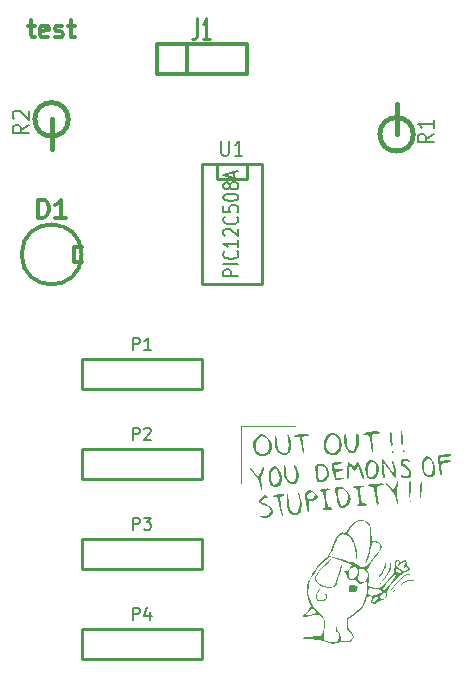
<source format=gto>
%FSLAX34Y34*%
G04 Gerber Fmt 3.4, Leading zero omitted, Abs format*
G04 (created by PCBNEW (2013-11-06 BZR 4440)-product) date Thu 14 Nov 2013 14:49:17 GMT*
%MOIN*%
G01*
G70*
G90*
G04 APERTURE LIST*
%ADD10C,0.005906*%
%ADD11C,0.011811*%
%ADD12C,0.003937*%
%ADD13C,0.012000*%
%ADD14C,0.010000*%
%ADD15C,0.015000*%
%ADD16C,0.010600*%
%ADD17C,0.008000*%
G04 APERTURE END LIST*
G54D10*
G54D11*
X48726Y-32373D02*
X48951Y-32373D01*
X48811Y-32176D02*
X48811Y-32682D01*
X48839Y-32739D01*
X48895Y-32767D01*
X48951Y-32767D01*
X49373Y-32739D02*
X49317Y-32767D01*
X49204Y-32767D01*
X49148Y-32739D01*
X49120Y-32682D01*
X49120Y-32457D01*
X49148Y-32401D01*
X49204Y-32373D01*
X49317Y-32373D01*
X49373Y-32401D01*
X49401Y-32457D01*
X49401Y-32514D01*
X49120Y-32570D01*
X49626Y-32739D02*
X49682Y-32767D01*
X49795Y-32767D01*
X49851Y-32739D01*
X49879Y-32682D01*
X49879Y-32654D01*
X49851Y-32598D01*
X49795Y-32570D01*
X49710Y-32570D01*
X49654Y-32542D01*
X49626Y-32485D01*
X49626Y-32457D01*
X49654Y-32401D01*
X49710Y-32373D01*
X49795Y-32373D01*
X49851Y-32401D01*
X50048Y-32373D02*
X50273Y-32373D01*
X50132Y-32176D02*
X50132Y-32682D01*
X50160Y-32739D01*
X50217Y-32767D01*
X50273Y-32767D01*
G54D12*
G36*
X63216Y-45749D02*
X59525Y-45758D01*
X55833Y-45766D01*
X55824Y-49541D01*
X55816Y-53316D01*
X55808Y-49525D01*
X55800Y-45733D01*
X59508Y-45741D01*
X63216Y-45749D01*
X63216Y-45749D01*
X63216Y-45749D01*
G37*
G36*
X61445Y-50463D02*
X61444Y-50500D01*
X61395Y-50541D01*
X61395Y-50464D01*
X61358Y-50424D01*
X61354Y-50422D01*
X61292Y-50427D01*
X61266Y-50444D01*
X61241Y-50462D01*
X61252Y-50431D01*
X61262Y-50410D01*
X61289Y-50333D01*
X61299Y-50257D01*
X61289Y-50207D01*
X61276Y-50200D01*
X61240Y-50220D01*
X61177Y-50273D01*
X61157Y-50291D01*
X61060Y-50383D01*
X61071Y-50300D01*
X61066Y-50232D01*
X61033Y-50216D01*
X60991Y-50246D01*
X60972Y-50308D01*
X60979Y-50384D01*
X61032Y-50426D01*
X61040Y-50429D01*
X61121Y-50475D01*
X61165Y-50514D01*
X61221Y-50551D01*
X61258Y-50551D01*
X61333Y-50534D01*
X61352Y-50533D01*
X61392Y-50510D01*
X61395Y-50464D01*
X61395Y-50541D01*
X61390Y-50544D01*
X61291Y-50599D01*
X61155Y-50685D01*
X61148Y-50691D01*
X61148Y-50602D01*
X61137Y-50566D01*
X61091Y-50518D01*
X61032Y-50478D01*
X60992Y-50466D01*
X60968Y-50490D01*
X60975Y-50543D01*
X61006Y-50593D01*
X61073Y-50630D01*
X61133Y-50619D01*
X61148Y-50602D01*
X61148Y-50691D01*
X61019Y-50798D01*
X60987Y-50831D01*
X60987Y-50643D01*
X60950Y-50642D01*
X60938Y-50652D01*
X60906Y-50690D01*
X60841Y-50765D01*
X60757Y-50863D01*
X60722Y-50903D01*
X60612Y-51038D01*
X60550Y-51130D01*
X60534Y-51183D01*
X60561Y-51200D01*
X60597Y-51177D01*
X60660Y-51118D01*
X60702Y-51072D01*
X60801Y-50955D01*
X60887Y-50841D01*
X60951Y-50743D01*
X60986Y-50672D01*
X60987Y-50643D01*
X60987Y-50831D01*
X60895Y-50926D01*
X60791Y-51057D01*
X60720Y-51179D01*
X60689Y-51280D01*
X60690Y-51311D01*
X60680Y-51414D01*
X60664Y-51435D01*
X60664Y-51315D01*
X60642Y-51272D01*
X60618Y-51266D01*
X60562Y-51287D01*
X60517Y-51320D01*
X60517Y-51239D01*
X60510Y-51213D01*
X60464Y-51179D01*
X60369Y-51166D01*
X60365Y-51166D01*
X60255Y-51157D01*
X60159Y-51136D01*
X60152Y-51134D01*
X60090Y-51117D01*
X60068Y-51138D01*
X60066Y-51164D01*
X60056Y-51247D01*
X60047Y-51278D01*
X60058Y-51323D01*
X60113Y-51355D01*
X60189Y-51371D01*
X60264Y-51364D01*
X60302Y-51345D01*
X60378Y-51306D01*
X60422Y-51300D01*
X60498Y-51285D01*
X60517Y-51239D01*
X60517Y-51320D01*
X60491Y-51339D01*
X60486Y-51344D01*
X60432Y-51405D01*
X60430Y-51447D01*
X60441Y-51461D01*
X60501Y-51496D01*
X60566Y-51476D01*
X60605Y-51444D01*
X60651Y-51380D01*
X60664Y-51315D01*
X60664Y-51435D01*
X60620Y-51494D01*
X60524Y-51532D01*
X60505Y-51533D01*
X60418Y-51555D01*
X60376Y-51583D01*
X60376Y-51450D01*
X60374Y-51406D01*
X60330Y-51403D01*
X60256Y-51452D01*
X60256Y-51452D01*
X60201Y-51515D01*
X60182Y-51562D01*
X60184Y-51568D01*
X60221Y-51597D01*
X60272Y-51575D01*
X60325Y-51524D01*
X60376Y-51450D01*
X60376Y-51583D01*
X60348Y-51600D01*
X60267Y-51646D01*
X60195Y-51633D01*
X60151Y-51575D01*
X60151Y-51511D01*
X60165Y-51487D01*
X60197Y-51437D01*
X60168Y-51405D01*
X60118Y-51392D01*
X60067Y-51390D01*
X60035Y-51414D01*
X60035Y-50631D01*
X59994Y-50548D01*
X59916Y-50503D01*
X59879Y-50500D01*
X59818Y-50487D01*
X59800Y-50464D01*
X59780Y-50443D01*
X59769Y-50448D01*
X59752Y-50491D01*
X59757Y-50533D01*
X59757Y-50611D01*
X59734Y-50697D01*
X59727Y-50726D01*
X59727Y-50562D01*
X59702Y-50508D01*
X59689Y-50487D01*
X59637Y-50421D01*
X59590Y-50406D01*
X59525Y-50440D01*
X59487Y-50469D01*
X59422Y-50542D01*
X59400Y-50638D01*
X59400Y-50663D01*
X59407Y-50766D01*
X59436Y-50817D01*
X59498Y-50829D01*
X59532Y-50826D01*
X59614Y-50787D01*
X59681Y-50695D01*
X59720Y-50615D01*
X59727Y-50562D01*
X59727Y-50726D01*
X59707Y-50811D01*
X59731Y-50891D01*
X59802Y-50930D01*
X59834Y-50933D01*
X59933Y-50905D01*
X59986Y-50849D01*
X60034Y-50736D01*
X60035Y-50631D01*
X60035Y-51414D01*
X60031Y-51418D01*
X60028Y-51423D01*
X60028Y-51019D01*
X60025Y-50935D01*
X60009Y-50900D01*
X60006Y-50900D01*
X59957Y-50923D01*
X59952Y-50929D01*
X59893Y-50970D01*
X59809Y-50973D01*
X59730Y-50941D01*
X59707Y-50920D01*
X59634Y-50866D01*
X59524Y-50849D01*
X59518Y-50849D01*
X59431Y-50844D01*
X59387Y-50817D01*
X59362Y-50750D01*
X59357Y-50729D01*
X59316Y-50631D01*
X59256Y-50570D01*
X59255Y-50569D01*
X59206Y-50542D01*
X59217Y-50538D01*
X59263Y-50547D01*
X59337Y-50540D01*
X59415Y-50484D01*
X59439Y-50460D01*
X59496Y-50395D01*
X59525Y-50354D01*
X59525Y-50348D01*
X59478Y-50323D01*
X59384Y-50285D01*
X59261Y-50241D01*
X59126Y-50197D01*
X59018Y-50165D01*
X58787Y-50100D01*
X58652Y-50180D01*
X58524Y-50281D01*
X58392Y-50429D01*
X58268Y-50606D01*
X58164Y-50793D01*
X58092Y-50973D01*
X58075Y-51039D01*
X58058Y-51272D01*
X58107Y-51500D01*
X58217Y-51717D01*
X58389Y-51919D01*
X58509Y-52022D01*
X58562Y-52072D01*
X58591Y-52131D01*
X58603Y-52221D01*
X58606Y-52288D01*
X58605Y-52429D01*
X58597Y-52572D01*
X58591Y-52636D01*
X58584Y-52735D01*
X58589Y-52809D01*
X58595Y-52826D01*
X58663Y-52881D01*
X58769Y-52916D01*
X58887Y-52927D01*
X58993Y-52912D01*
X59047Y-52880D01*
X59091Y-52800D01*
X59097Y-52707D01*
X59065Y-52627D01*
X59033Y-52600D01*
X58997Y-52571D01*
X58978Y-52524D01*
X58971Y-52441D01*
X58972Y-52340D01*
X58979Y-52116D01*
X58991Y-52316D01*
X59012Y-52472D01*
X59055Y-52570D01*
X59066Y-52583D01*
X59112Y-52663D01*
X59138Y-52763D01*
X59139Y-52766D01*
X59151Y-52841D01*
X59181Y-52876D01*
X59252Y-52890D01*
X59287Y-52893D01*
X59413Y-52882D01*
X59496Y-52834D01*
X59531Y-52762D01*
X59511Y-52678D01*
X59433Y-52594D01*
X59377Y-52547D01*
X59347Y-52497D01*
X59335Y-52422D01*
X59333Y-52313D01*
X59333Y-52106D01*
X59512Y-52005D01*
X59716Y-51856D01*
X59868Y-51673D01*
X59949Y-51502D01*
X59980Y-51391D01*
X60004Y-51262D01*
X60021Y-51133D01*
X60028Y-51019D01*
X60028Y-51423D01*
X59996Y-51489D01*
X59978Y-51538D01*
X59869Y-51752D01*
X59710Y-51925D01*
X59545Y-52038D01*
X59366Y-52139D01*
X59366Y-52306D01*
X59373Y-52417D01*
X59400Y-52491D01*
X59460Y-52560D01*
X59466Y-52566D01*
X59547Y-52671D01*
X59565Y-52768D01*
X59528Y-52849D01*
X59438Y-52906D01*
X59303Y-52931D01*
X59242Y-52930D01*
X59124Y-52933D01*
X59018Y-52951D01*
X58989Y-52960D01*
X58921Y-52987D01*
X58889Y-52998D01*
X58889Y-52998D01*
X58857Y-52986D01*
X58785Y-52959D01*
X58750Y-52946D01*
X58573Y-52889D01*
X58380Y-52850D01*
X58147Y-52824D01*
X58077Y-52819D01*
X57952Y-52810D01*
X57855Y-52803D01*
X57803Y-52797D01*
X57800Y-52797D01*
X57799Y-52785D01*
X57850Y-52772D01*
X57939Y-52758D01*
X58052Y-52747D01*
X58174Y-52739D01*
X58242Y-52737D01*
X58387Y-52731D01*
X58478Y-52710D01*
X58530Y-52664D01*
X58556Y-52581D01*
X58568Y-52465D01*
X58575Y-52299D01*
X58566Y-52185D01*
X58538Y-52108D01*
X58487Y-52056D01*
X58476Y-52048D01*
X58412Y-52014D01*
X58348Y-52007D01*
X58327Y-52011D01*
X58327Y-51922D01*
X58287Y-51869D01*
X58266Y-51850D01*
X58218Y-51812D01*
X58180Y-51816D01*
X58127Y-51865D01*
X58123Y-51869D01*
X58047Y-51939D01*
X57981Y-51989D01*
X57943Y-52017D01*
X57959Y-52028D01*
X58020Y-52031D01*
X58129Y-52021D01*
X58228Y-51996D01*
X58308Y-51960D01*
X58327Y-51922D01*
X58327Y-52011D01*
X58257Y-52025D01*
X58235Y-52031D01*
X58099Y-52064D01*
X57983Y-52082D01*
X57900Y-52084D01*
X57866Y-52070D01*
X57866Y-52068D01*
X57889Y-52032D01*
X57948Y-51972D01*
X57986Y-51939D01*
X58052Y-51872D01*
X58085Y-51818D01*
X58084Y-51801D01*
X58091Y-51772D01*
X58118Y-51766D01*
X58156Y-51750D01*
X58148Y-51708D01*
X58123Y-51646D01*
X58087Y-51545D01*
X58055Y-51454D01*
X58018Y-51334D01*
X58005Y-51241D01*
X58013Y-51141D01*
X58029Y-51060D01*
X58063Y-50930D01*
X58106Y-50807D01*
X58134Y-50747D01*
X58171Y-50676D01*
X58185Y-50636D01*
X58184Y-50633D01*
X58194Y-50612D01*
X58238Y-50559D01*
X58251Y-50545D01*
X58305Y-50479D01*
X58332Y-50432D01*
X58333Y-50428D01*
X58355Y-50388D01*
X58412Y-50322D01*
X58489Y-50244D01*
X58569Y-50169D01*
X58639Y-50112D01*
X58682Y-50088D01*
X58685Y-50088D01*
X58710Y-50069D01*
X58751Y-50001D01*
X58811Y-49880D01*
X58890Y-49704D01*
X58991Y-49468D01*
X58995Y-49459D01*
X59062Y-49346D01*
X59143Y-49279D01*
X59226Y-49266D01*
X59263Y-49281D01*
X59301Y-49270D01*
X59349Y-49216D01*
X59354Y-49209D01*
X59486Y-49030D01*
X59624Y-48911D01*
X59763Y-48852D01*
X59899Y-48856D01*
X59961Y-48880D01*
X60043Y-48935D01*
X60098Y-49007D01*
X60134Y-49113D01*
X60157Y-49266D01*
X60162Y-49313D01*
X60175Y-49437D01*
X60191Y-49508D01*
X60213Y-49538D01*
X60241Y-49540D01*
X60322Y-49550D01*
X60413Y-49592D01*
X60474Y-49646D01*
X60501Y-49742D01*
X60467Y-49861D01*
X60461Y-49869D01*
X60461Y-49743D01*
X60436Y-49672D01*
X60432Y-49664D01*
X60370Y-49612D01*
X60286Y-49600D01*
X60220Y-49603D01*
X60184Y-49625D01*
X60165Y-49683D01*
X60152Y-49769D01*
X60121Y-49931D01*
X60073Y-50084D01*
X60017Y-50206D01*
X59973Y-50266D01*
X59949Y-50290D01*
X59937Y-50294D01*
X59942Y-50270D01*
X59965Y-50207D01*
X60010Y-50097D01*
X60043Y-50016D01*
X60075Y-49924D01*
X60095Y-49822D01*
X60107Y-49694D01*
X60113Y-49521D01*
X60113Y-49455D01*
X60116Y-49060D01*
X60007Y-48963D01*
X59911Y-48891D01*
X59826Y-48872D01*
X59730Y-48902D01*
X59667Y-48937D01*
X59561Y-49012D01*
X59483Y-49096D01*
X59414Y-49210D01*
X59382Y-49278D01*
X59392Y-49321D01*
X59444Y-49367D01*
X59542Y-49482D01*
X59620Y-49648D01*
X59673Y-49852D01*
X59690Y-49997D01*
X59696Y-50113D01*
X59695Y-50195D01*
X59687Y-50228D01*
X59684Y-50227D01*
X59669Y-50184D01*
X59655Y-50095D01*
X59646Y-50000D01*
X59619Y-49817D01*
X59565Y-49643D01*
X59492Y-49497D01*
X59407Y-49398D01*
X59407Y-49398D01*
X59318Y-49353D01*
X59215Y-49334D01*
X59123Y-49344D01*
X59076Y-49375D01*
X59047Y-49428D01*
X59007Y-49520D01*
X58983Y-49583D01*
X58929Y-49716D01*
X58865Y-49854D01*
X58843Y-49898D01*
X58764Y-50047D01*
X59023Y-50117D01*
X59157Y-50156D01*
X59274Y-50195D01*
X59353Y-50226D01*
X59361Y-50230D01*
X59444Y-50256D01*
X59503Y-50256D01*
X59563Y-50255D01*
X59585Y-50270D01*
X59634Y-50312D01*
X59721Y-50361D01*
X59819Y-50405D01*
X59902Y-50429D01*
X59920Y-50431D01*
X59993Y-50401D01*
X60073Y-50308D01*
X60077Y-50302D01*
X60148Y-50205D01*
X60240Y-50088D01*
X60315Y-50001D01*
X60406Y-49891D01*
X60453Y-49810D01*
X60461Y-49743D01*
X60461Y-49869D01*
X60371Y-50003D01*
X60352Y-50027D01*
X60226Y-50178D01*
X60143Y-50289D01*
X60099Y-50366D01*
X60088Y-50416D01*
X60090Y-50425D01*
X60078Y-50461D01*
X60054Y-50466D01*
X60022Y-50475D01*
X60028Y-50512D01*
X60048Y-50551D01*
X60076Y-50663D01*
X60076Y-50834D01*
X60075Y-50847D01*
X60058Y-51058D01*
X60170Y-51094D01*
X60292Y-51124D01*
X60390Y-51125D01*
X60479Y-51090D01*
X60574Y-51012D01*
X60688Y-50887D01*
X60716Y-50854D01*
X60815Y-50732D01*
X60879Y-50644D01*
X60914Y-50576D01*
X60929Y-50511D01*
X60933Y-50434D01*
X60933Y-50432D01*
X60937Y-50326D01*
X60947Y-50241D01*
X60953Y-50219D01*
X60998Y-50175D01*
X61064Y-50171D01*
X61116Y-50206D01*
X61121Y-50218D01*
X61142Y-50251D01*
X61177Y-50236D01*
X61202Y-50214D01*
X61268Y-50178D01*
X61314Y-50204D01*
X61333Y-50286D01*
X61333Y-50293D01*
X61360Y-50385D01*
X61401Y-50426D01*
X61445Y-50463D01*
X61445Y-50463D01*
X61445Y-50463D01*
G37*
G36*
X60964Y-51166D02*
X60956Y-51184D01*
X60937Y-51208D01*
X60888Y-51260D01*
X60867Y-51259D01*
X60866Y-51254D01*
X60889Y-51226D01*
X60925Y-51195D01*
X60964Y-51166D01*
X60964Y-51166D01*
X60964Y-51166D01*
G37*
G36*
X60926Y-51066D02*
X60920Y-51087D01*
X60883Y-51133D01*
X60833Y-51182D01*
X60806Y-51200D01*
X60813Y-51179D01*
X60850Y-51133D01*
X60900Y-51084D01*
X60926Y-51066D01*
X60926Y-51066D01*
X60926Y-51066D01*
G37*
G36*
X61576Y-50878D02*
X61534Y-50892D01*
X61455Y-50892D01*
X61437Y-50890D01*
X61366Y-50887D01*
X61305Y-50905D01*
X61235Y-50953D01*
X61150Y-51028D01*
X60983Y-51182D01*
X61140Y-51017D01*
X61230Y-50927D01*
X61298Y-50878D01*
X61365Y-50856D01*
X61445Y-50851D01*
X61530Y-50856D01*
X61574Y-50869D01*
X61576Y-50878D01*
X61576Y-50878D01*
X61576Y-50878D01*
G37*
G36*
X61448Y-50650D02*
X61416Y-50671D01*
X61350Y-50701D01*
X61225Y-50769D01*
X61102Y-50864D01*
X61055Y-50910D01*
X60927Y-51050D01*
X61054Y-50888D01*
X61153Y-50774D01*
X61250Y-50704D01*
X61369Y-50661D01*
X61426Y-50649D01*
X61448Y-50650D01*
X61448Y-50650D01*
X61448Y-50650D01*
G37*
G36*
X60808Y-50439D02*
X60804Y-50498D01*
X60779Y-50559D01*
X60728Y-50639D01*
X60642Y-50755D01*
X60640Y-50757D01*
X60559Y-50864D01*
X60492Y-50946D01*
X60450Y-50993D01*
X60442Y-51000D01*
X60450Y-50976D01*
X60489Y-50916D01*
X60519Y-50875D01*
X60598Y-50768D01*
X60679Y-50661D01*
X60695Y-50638D01*
X60755Y-50530D01*
X60775Y-50406D01*
X60775Y-50372D01*
X60773Y-50216D01*
X60798Y-50366D01*
X60808Y-50439D01*
X60808Y-50439D01*
X60808Y-50439D01*
G37*
G36*
X60642Y-50368D02*
X60631Y-50429D01*
X60592Y-50510D01*
X60531Y-50610D01*
X60468Y-50704D01*
X60422Y-50766D01*
X60400Y-50785D01*
X60400Y-50782D01*
X60417Y-50739D01*
X60462Y-50659D01*
X60513Y-50580D01*
X60585Y-50456D01*
X60614Y-50360D01*
X60613Y-50314D01*
X60600Y-50216D01*
X60631Y-50310D01*
X60642Y-50368D01*
X60642Y-50368D01*
X60642Y-50368D01*
G37*
G36*
X56882Y-48607D02*
X56829Y-48699D01*
X56741Y-48765D01*
X56639Y-48800D01*
X56540Y-48797D01*
X56469Y-48752D01*
X56453Y-48724D01*
X56482Y-48715D01*
X56559Y-48723D01*
X56652Y-48727D01*
X56712Y-48702D01*
X56759Y-48651D01*
X56806Y-48552D01*
X56791Y-48465D01*
X56717Y-48402D01*
X56679Y-48388D01*
X56541Y-48338D01*
X56446Y-48286D01*
X56408Y-48242D01*
X56421Y-48193D01*
X56470Y-48128D01*
X56535Y-48068D01*
X56595Y-48035D01*
X56608Y-48033D01*
X56669Y-48051D01*
X56717Y-48080D01*
X56758Y-48112D01*
X56743Y-48118D01*
X56694Y-48110D01*
X56598Y-48119D01*
X56535Y-48164D01*
X56486Y-48234D01*
X56499Y-48280D01*
X56573Y-48299D01*
X56588Y-48300D01*
X56674Y-48324D01*
X56762Y-48386D01*
X56836Y-48468D01*
X56880Y-48552D01*
X56882Y-48607D01*
X56882Y-48607D01*
X56882Y-48607D01*
G37*
G36*
X57284Y-48008D02*
X57260Y-48031D01*
X57201Y-48049D01*
X57129Y-48072D01*
X57108Y-48110D01*
X57115Y-48161D01*
X57131Y-48245D01*
X57152Y-48362D01*
X57164Y-48433D01*
X57185Y-48546D01*
X57206Y-48639D01*
X57217Y-48675D01*
X57221Y-48723D01*
X57204Y-48733D01*
X57174Y-48704D01*
X57144Y-48632D01*
X57137Y-48608D01*
X57111Y-48491D01*
X57087Y-48360D01*
X57083Y-48333D01*
X57063Y-48204D01*
X57043Y-48129D01*
X57015Y-48094D01*
X56970Y-48086D01*
X56924Y-48091D01*
X56855Y-48096D01*
X56843Y-48085D01*
X56875Y-48056D01*
X56943Y-48023D01*
X57045Y-47995D01*
X57089Y-47987D01*
X57190Y-47981D01*
X57257Y-47989D01*
X57284Y-48008D01*
X57284Y-48008D01*
X57284Y-48008D01*
G37*
G36*
X57833Y-48365D02*
X57825Y-48494D01*
X57799Y-48579D01*
X57765Y-48627D01*
X57671Y-48687D01*
X57568Y-48692D01*
X57481Y-48642D01*
X57428Y-48571D01*
X57379Y-48479D01*
X57378Y-48477D01*
X57355Y-48394D01*
X57340Y-48286D01*
X57334Y-48170D01*
X57336Y-48066D01*
X57347Y-47992D01*
X57366Y-47966D01*
X57384Y-47997D01*
X57396Y-48077D01*
X57400Y-48175D01*
X57413Y-48339D01*
X57449Y-48473D01*
X57502Y-48570D01*
X57567Y-48623D01*
X57636Y-48626D01*
X57705Y-48570D01*
X57717Y-48552D01*
X57753Y-48457D01*
X57770Y-48327D01*
X57766Y-48193D01*
X57742Y-48085D01*
X57735Y-48070D01*
X57703Y-47999D01*
X57710Y-47970D01*
X57730Y-47966D01*
X57765Y-47997D01*
X57797Y-48078D01*
X57821Y-48195D01*
X57832Y-48330D01*
X57833Y-48365D01*
X57833Y-48365D01*
X57833Y-48365D01*
G37*
G36*
X58366Y-48071D02*
X58338Y-48128D01*
X58275Y-48182D01*
X58275Y-48016D01*
X58251Y-47961D01*
X58188Y-47936D01*
X58099Y-47951D01*
X58068Y-47965D01*
X58024Y-48018D01*
X58024Y-48082D01*
X58062Y-48148D01*
X58129Y-48167D01*
X58203Y-48138D01*
X58247Y-48093D01*
X58275Y-48016D01*
X58275Y-48182D01*
X58271Y-48186D01*
X58190Y-48225D01*
X58146Y-48233D01*
X58096Y-48236D01*
X58073Y-48256D01*
X58070Y-48309D01*
X58081Y-48412D01*
X58081Y-48416D01*
X58090Y-48537D01*
X58079Y-48594D01*
X58069Y-48600D01*
X58034Y-48581D01*
X58033Y-48575D01*
X58028Y-48532D01*
X58014Y-48441D01*
X57994Y-48316D01*
X57983Y-48250D01*
X57961Y-48106D01*
X57951Y-48014D01*
X57954Y-47959D01*
X57969Y-47927D01*
X57990Y-47908D01*
X58094Y-47867D01*
X58204Y-47883D01*
X58296Y-47953D01*
X58297Y-47954D01*
X58344Y-48022D01*
X58366Y-48069D01*
X58366Y-48071D01*
X58366Y-48071D01*
X58366Y-48071D01*
G37*
G36*
X58844Y-48479D02*
X58798Y-48510D01*
X58791Y-48512D01*
X58692Y-48529D01*
X58602Y-48530D01*
X58544Y-48516D01*
X58533Y-48500D01*
X58560Y-48470D01*
X58586Y-48466D01*
X58619Y-48453D01*
X58627Y-48402D01*
X58620Y-48341D01*
X58603Y-48227D01*
X58585Y-48095D01*
X58580Y-48056D01*
X58561Y-47958D01*
X58536Y-47913D01*
X58501Y-47906D01*
X58447Y-47901D01*
X58441Y-47871D01*
X58481Y-47837D01*
X58506Y-47828D01*
X58608Y-47808D01*
X58698Y-47804D01*
X58756Y-47818D01*
X58766Y-47833D01*
X58738Y-47860D01*
X58700Y-47866D01*
X58656Y-47882D01*
X58635Y-47935D01*
X58636Y-48033D01*
X58659Y-48185D01*
X58671Y-48244D01*
X58698Y-48357D01*
X58728Y-48415D01*
X58767Y-48433D01*
X58769Y-48433D01*
X58833Y-48448D01*
X58844Y-48479D01*
X58844Y-48479D01*
X58844Y-48479D01*
G37*
G36*
X59466Y-48162D02*
X59454Y-48265D01*
X59405Y-48342D01*
X59397Y-48349D01*
X59397Y-48168D01*
X59391Y-48048D01*
X59346Y-47934D01*
X59269Y-47850D01*
X59242Y-47835D01*
X59156Y-47814D01*
X59080Y-47824D01*
X59037Y-47859D01*
X59034Y-47877D01*
X59043Y-47943D01*
X59063Y-48044D01*
X59089Y-48160D01*
X59115Y-48267D01*
X59138Y-48342D01*
X59146Y-48361D01*
X59190Y-48378D01*
X59258Y-48354D01*
X59330Y-48299D01*
X59357Y-48269D01*
X59397Y-48168D01*
X59397Y-48349D01*
X59364Y-48380D01*
X59252Y-48451D01*
X59158Y-48461D01*
X59112Y-48441D01*
X59079Y-48403D01*
X59050Y-48330D01*
X59021Y-48210D01*
X58999Y-48094D01*
X58978Y-47979D01*
X58957Y-47881D01*
X58948Y-47844D01*
X58944Y-47791D01*
X58985Y-47762D01*
X59026Y-47751D01*
X59170Y-47750D01*
X59296Y-47805D01*
X59393Y-47907D01*
X59453Y-48047D01*
X59466Y-48162D01*
X59466Y-48162D01*
X59466Y-48162D01*
G37*
G36*
X60033Y-48358D02*
X60010Y-48368D01*
X59962Y-48373D01*
X59876Y-48383D01*
X59845Y-48387D01*
X59747Y-48391D01*
X59689Y-48374D01*
X59684Y-48369D01*
X59691Y-48338D01*
X59717Y-48333D01*
X59754Y-48317D01*
X59757Y-48258D01*
X59754Y-48241D01*
X59739Y-48153D01*
X59723Y-48035D01*
X59715Y-47976D01*
X59698Y-47872D01*
X59673Y-47817D01*
X59632Y-47795D01*
X59622Y-47793D01*
X59564Y-47772D01*
X59550Y-47750D01*
X59579Y-47727D01*
X59651Y-47712D01*
X59744Y-47705D01*
X59834Y-47709D01*
X59899Y-47723D01*
X59911Y-47731D01*
X59917Y-47757D01*
X59863Y-47766D01*
X59854Y-47766D01*
X59799Y-47770D01*
X59775Y-47792D01*
X59774Y-47850D01*
X59782Y-47925D01*
X59803Y-48086D01*
X59820Y-48193D01*
X59837Y-48257D01*
X59858Y-48288D01*
X59886Y-48298D01*
X59916Y-48300D01*
X59972Y-48310D01*
X60017Y-48334D01*
X60033Y-48358D01*
X60033Y-48358D01*
X60033Y-48358D01*
G37*
G36*
X60566Y-47662D02*
X60538Y-47691D01*
X60491Y-47700D01*
X60406Y-47708D01*
X60356Y-47740D01*
X60338Y-47806D01*
X60346Y-47918D01*
X60359Y-47998D01*
X60379Y-48125D01*
X60394Y-48233D01*
X60399Y-48299D01*
X60400Y-48300D01*
X60388Y-48358D01*
X60362Y-48361D01*
X60334Y-48316D01*
X60320Y-48258D01*
X60306Y-48164D01*
X60289Y-48037D01*
X60277Y-47950D01*
X60260Y-47839D01*
X60241Y-47779D01*
X60210Y-47754D01*
X60158Y-47748D01*
X60152Y-47748D01*
X60078Y-47735D01*
X60041Y-47707D01*
X60058Y-47676D01*
X60122Y-47666D01*
X60211Y-47662D01*
X60330Y-47651D01*
X60391Y-47645D01*
X60505Y-47637D01*
X60559Y-47648D01*
X60566Y-47662D01*
X60566Y-47662D01*
X60566Y-47662D01*
G37*
G36*
X61062Y-47584D02*
X61061Y-47642D01*
X61033Y-47751D01*
X61028Y-47769D01*
X61008Y-47874D01*
X61013Y-47993D01*
X61030Y-48101D01*
X61052Y-48229D01*
X61056Y-48308D01*
X61043Y-48331D01*
X61021Y-48307D01*
X61003Y-48259D01*
X60979Y-48170D01*
X60966Y-48115D01*
X60915Y-47975D01*
X60822Y-47840D01*
X60781Y-47794D01*
X60705Y-47710D01*
X60652Y-47644D01*
X60633Y-47612D01*
X60653Y-47613D01*
X60702Y-47649D01*
X60762Y-47703D01*
X60818Y-47764D01*
X60826Y-47775D01*
X60877Y-47825D01*
X60918Y-47816D01*
X60955Y-47747D01*
X60970Y-47700D01*
X61001Y-47617D01*
X61030Y-47570D01*
X61038Y-47566D01*
X61062Y-47584D01*
X61062Y-47584D01*
X61062Y-47584D01*
G37*
G36*
X61826Y-48284D02*
X61822Y-48288D01*
X61802Y-48284D01*
X61800Y-48266D01*
X61812Y-48239D01*
X61822Y-48244D01*
X61826Y-48284D01*
X61826Y-48284D01*
X61826Y-48284D01*
G37*
G36*
X61500Y-48251D02*
X61474Y-48266D01*
X61466Y-48266D01*
X61434Y-48241D01*
X61433Y-48231D01*
X61453Y-48211D01*
X61466Y-48216D01*
X61498Y-48246D01*
X61500Y-48251D01*
X61500Y-48251D01*
X61500Y-48251D01*
G37*
G36*
X61856Y-47612D02*
X61856Y-47701D01*
X61849Y-47822D01*
X61846Y-47862D01*
X61828Y-48015D01*
X61808Y-48105D01*
X61789Y-48131D01*
X61774Y-48092D01*
X61769Y-47989D01*
X61773Y-47866D01*
X61786Y-47705D01*
X61803Y-47606D01*
X61825Y-47565D01*
X61851Y-47573D01*
X61856Y-47612D01*
X61856Y-47612D01*
X61856Y-47612D01*
G37*
G36*
X61482Y-47689D02*
X61477Y-47802D01*
X61467Y-47917D01*
X61454Y-48018D01*
X61439Y-48084D01*
X61428Y-48100D01*
X61414Y-48069D01*
X61405Y-47990D01*
X61403Y-47891D01*
X61409Y-47750D01*
X61423Y-47637D01*
X61441Y-47563D01*
X61462Y-47540D01*
X61472Y-47550D01*
X61481Y-47599D01*
X61482Y-47689D01*
X61482Y-47689D01*
X61482Y-47689D01*
G37*
G36*
X56594Y-47120D02*
X56570Y-47202D01*
X56531Y-47304D01*
X56492Y-47417D01*
X56480Y-47504D01*
X56492Y-47599D01*
X56501Y-47638D01*
X56521Y-47744D01*
X56526Y-47823D01*
X56517Y-47863D01*
X56494Y-47851D01*
X56490Y-47845D01*
X56471Y-47794D01*
X56446Y-47703D01*
X56433Y-47650D01*
X56377Y-47500D01*
X56270Y-47349D01*
X56248Y-47324D01*
X56173Y-47235D01*
X56119Y-47161D01*
X56100Y-47121D01*
X56120Y-47124D01*
X56172Y-47169D01*
X56244Y-47246D01*
X56246Y-47249D01*
X56391Y-47415D01*
X56466Y-47240D01*
X56511Y-47146D01*
X56551Y-47083D01*
X56570Y-47066D01*
X56594Y-47078D01*
X56594Y-47120D01*
X56594Y-47120D01*
X56594Y-47120D01*
G37*
G36*
X57183Y-47530D02*
X57146Y-47642D01*
X57098Y-47701D01*
X57098Y-47452D01*
X57092Y-47343D01*
X57064Y-47244D01*
X57019Y-47170D01*
X56960Y-47137D01*
X56923Y-47142D01*
X56867Y-47196D01*
X56829Y-47294D01*
X56814Y-47417D01*
X56827Y-47543D01*
X56831Y-47559D01*
X56871Y-47660D01*
X56923Y-47696D01*
X56991Y-47669D01*
X57033Y-47633D01*
X57080Y-47554D01*
X57098Y-47452D01*
X57098Y-47701D01*
X57080Y-47723D01*
X56995Y-47763D01*
X56901Y-47750D01*
X56857Y-47725D01*
X56788Y-47640D01*
X56749Y-47526D01*
X56738Y-47399D01*
X56753Y-47273D01*
X56793Y-47165D01*
X56856Y-47091D01*
X56932Y-47066D01*
X57004Y-47095D01*
X57079Y-47171D01*
X57142Y-47275D01*
X57181Y-47389D01*
X57182Y-47395D01*
X57183Y-47530D01*
X57183Y-47530D01*
X57183Y-47530D01*
G37*
G36*
X57741Y-47389D02*
X57724Y-47525D01*
X57667Y-47618D01*
X57580Y-47661D01*
X57474Y-47650D01*
X57403Y-47612D01*
X57336Y-47543D01*
X57281Y-47450D01*
X57279Y-47446D01*
X57253Y-47356D01*
X57238Y-47251D01*
X57234Y-47148D01*
X57242Y-47069D01*
X57263Y-47033D01*
X57266Y-47033D01*
X57289Y-47062D01*
X57300Y-47133D01*
X57300Y-47141D01*
X57315Y-47311D01*
X57354Y-47448D01*
X57412Y-47544D01*
X57482Y-47593D01*
X57560Y-47586D01*
X57614Y-47547D01*
X57655Y-47464D01*
X57663Y-47344D01*
X57638Y-47206D01*
X57616Y-47144D01*
X57581Y-47057D01*
X57569Y-47014D01*
X57579Y-47001D01*
X57594Y-47000D01*
X57630Y-47029D01*
X57670Y-47105D01*
X57707Y-47207D01*
X57733Y-47316D01*
X57741Y-47389D01*
X57741Y-47389D01*
X57741Y-47389D01*
G37*
G36*
X58762Y-47274D02*
X58750Y-47401D01*
X58696Y-47482D01*
X58696Y-47266D01*
X58662Y-47153D01*
X58607Y-47089D01*
X58525Y-47048D01*
X58442Y-47039D01*
X58392Y-47060D01*
X58375Y-47111D01*
X58371Y-47200D01*
X58379Y-47307D01*
X58396Y-47412D01*
X58419Y-47493D01*
X58445Y-47532D01*
X58450Y-47533D01*
X58502Y-47513D01*
X58577Y-47463D01*
X58597Y-47447D01*
X58676Y-47358D01*
X58696Y-47266D01*
X58696Y-47482D01*
X58688Y-47495D01*
X58608Y-47548D01*
X58513Y-47583D01*
X58425Y-47595D01*
X58364Y-47579D01*
X58351Y-47562D01*
X58339Y-47508D01*
X58323Y-47408D01*
X58307Y-47283D01*
X58306Y-47273D01*
X58293Y-47146D01*
X58291Y-47069D01*
X58304Y-47026D01*
X58332Y-47000D01*
X58344Y-46994D01*
X58440Y-46975D01*
X58552Y-47000D01*
X58654Y-47059D01*
X58716Y-47132D01*
X58762Y-47274D01*
X58762Y-47274D01*
X58762Y-47274D01*
G37*
G36*
X59252Y-47475D02*
X59212Y-47499D01*
X59199Y-47503D01*
X59080Y-47526D01*
X58991Y-47524D01*
X58952Y-47503D01*
X58937Y-47460D01*
X58915Y-47371D01*
X58889Y-47258D01*
X58863Y-47141D01*
X58843Y-47040D01*
X58833Y-46975D01*
X58833Y-46968D01*
X58862Y-46944D01*
X58934Y-46925D01*
X59025Y-46914D01*
X59111Y-46912D01*
X59168Y-46923D01*
X59175Y-46928D01*
X59172Y-46956D01*
X59105Y-46980D01*
X59079Y-46985D01*
X58977Y-47005D01*
X58928Y-47026D01*
X58915Y-47058D01*
X58924Y-47102D01*
X58945Y-47146D01*
X58991Y-47158D01*
X59067Y-47149D01*
X59160Y-47143D01*
X59212Y-47160D01*
X59214Y-47163D01*
X59200Y-47191D01*
X59129Y-47215D01*
X59099Y-47220D01*
X59013Y-47238D01*
X58976Y-47265D01*
X58971Y-47320D01*
X58973Y-47346D01*
X58986Y-47417D01*
X59023Y-47441D01*
X59090Y-47439D01*
X59180Y-47438D01*
X59237Y-47452D01*
X59252Y-47475D01*
X59252Y-47475D01*
X59252Y-47475D01*
G37*
G36*
X59930Y-47494D02*
X59905Y-47485D01*
X59894Y-47476D01*
X59860Y-47424D01*
X59819Y-47330D01*
X59785Y-47230D01*
X59723Y-47024D01*
X59675Y-47115D01*
X59627Y-47206D01*
X59530Y-47113D01*
X59433Y-47020D01*
X59430Y-47185D01*
X59422Y-47315D01*
X59406Y-47416D01*
X59385Y-47477D01*
X59362Y-47485D01*
X59357Y-47478D01*
X59350Y-47433D01*
X59348Y-47344D01*
X59352Y-47231D01*
X59360Y-47111D01*
X59370Y-47004D01*
X59382Y-46927D01*
X59394Y-46900D01*
X59428Y-46920D01*
X59488Y-46972D01*
X59505Y-46988D01*
X59597Y-47076D01*
X59637Y-46987D01*
X59665Y-46932D01*
X59691Y-46906D01*
X59718Y-46915D01*
X59750Y-46963D01*
X59789Y-47058D01*
X59841Y-47203D01*
X59907Y-47406D01*
X59921Y-47449D01*
X59930Y-47494D01*
X59930Y-47494D01*
X59930Y-47494D01*
G37*
G36*
X60419Y-47210D02*
X60389Y-47333D01*
X60335Y-47413D01*
X60330Y-47417D01*
X60330Y-47177D01*
X60326Y-47069D01*
X60299Y-46975D01*
X60249Y-46913D01*
X60204Y-46900D01*
X60131Y-46922D01*
X60080Y-46993D01*
X60047Y-47122D01*
X60047Y-47125D01*
X60036Y-47274D01*
X60057Y-47376D01*
X60105Y-47425D01*
X60176Y-47417D01*
X60256Y-47360D01*
X60307Y-47280D01*
X60330Y-47177D01*
X60330Y-47417D01*
X60235Y-47485D01*
X60133Y-47497D01*
X60042Y-47450D01*
X60009Y-47409D01*
X59967Y-47298D01*
X59955Y-47157D01*
X59973Y-47016D01*
X60015Y-46913D01*
X60076Y-46851D01*
X60158Y-46838D01*
X60173Y-46839D01*
X60280Y-46880D01*
X60359Y-46966D01*
X60407Y-47082D01*
X60419Y-47210D01*
X60419Y-47210D01*
X60419Y-47210D01*
G37*
G36*
X60996Y-47294D02*
X60994Y-47391D01*
X60971Y-47446D01*
X60967Y-47449D01*
X60933Y-47435D01*
X60880Y-47377D01*
X60846Y-47327D01*
X60767Y-47208D01*
X60680Y-47083D01*
X60657Y-47051D01*
X60558Y-46916D01*
X60577Y-47133D01*
X60590Y-47255D01*
X60605Y-47356D01*
X60618Y-47408D01*
X60620Y-47457D01*
X60602Y-47466D01*
X60564Y-47438D01*
X60532Y-47381D01*
X60515Y-47307D01*
X60505Y-47201D01*
X60500Y-47083D01*
X60502Y-46970D01*
X60511Y-46882D01*
X60525Y-46836D01*
X60531Y-46833D01*
X60565Y-46858D01*
X60625Y-46923D01*
X60702Y-47017D01*
X60720Y-47041D01*
X60796Y-47141D01*
X60855Y-47219D01*
X60886Y-47260D01*
X60889Y-47263D01*
X60911Y-47274D01*
X60916Y-47231D01*
X60905Y-47149D01*
X60881Y-47039D01*
X60850Y-46933D01*
X60836Y-46877D01*
X60851Y-46875D01*
X60874Y-46892D01*
X60918Y-46956D01*
X60955Y-47057D01*
X60983Y-47177D01*
X60996Y-47294D01*
X60996Y-47294D01*
X60996Y-47294D01*
G37*
G36*
X61487Y-47369D02*
X61466Y-47417D01*
X61404Y-47450D01*
X61308Y-47463D01*
X61209Y-47455D01*
X61175Y-47444D01*
X61138Y-47400D01*
X61133Y-47373D01*
X61142Y-47339D01*
X61173Y-47360D01*
X61237Y-47392D01*
X61285Y-47400D01*
X61373Y-47379D01*
X61415Y-47327D01*
X61414Y-47255D01*
X61375Y-47177D01*
X61300Y-47106D01*
X61193Y-47054D01*
X61191Y-47053D01*
X61142Y-47010D01*
X61133Y-46940D01*
X61161Y-46870D01*
X61212Y-46829D01*
X61292Y-46815D01*
X61371Y-46833D01*
X61424Y-46874D01*
X61433Y-46902D01*
X61409Y-46916D01*
X61364Y-46898D01*
X61293Y-46879D01*
X61247Y-46901D01*
X61204Y-46955D01*
X61213Y-46992D01*
X61247Y-47000D01*
X61302Y-47026D01*
X61370Y-47092D01*
X61435Y-47178D01*
X61480Y-47264D01*
X61487Y-47286D01*
X61487Y-47369D01*
X61487Y-47369D01*
X61487Y-47369D01*
G37*
G36*
X62296Y-47196D02*
X62270Y-47314D01*
X62248Y-47359D01*
X62227Y-47374D01*
X62227Y-47171D01*
X62219Y-47032D01*
X62167Y-46908D01*
X62098Y-46824D01*
X62033Y-46806D01*
X61968Y-46853D01*
X61946Y-46884D01*
X61915Y-46977D01*
X61909Y-47100D01*
X61927Y-47224D01*
X61966Y-47316D01*
X61970Y-47321D01*
X62041Y-47363D01*
X62121Y-47348D01*
X62181Y-47292D01*
X62227Y-47171D01*
X62227Y-47374D01*
X62170Y-47417D01*
X62070Y-47431D01*
X61974Y-47398D01*
X61949Y-47378D01*
X61867Y-47251D01*
X61835Y-47094D01*
X61855Y-46923D01*
X61881Y-46848D01*
X61941Y-46762D01*
X62019Y-46735D01*
X62106Y-46765D01*
X62195Y-46849D01*
X62262Y-46956D01*
X62293Y-47066D01*
X62296Y-47196D01*
X62296Y-47196D01*
X62296Y-47196D01*
G37*
G36*
X62825Y-46685D02*
X62781Y-46714D01*
X62682Y-46739D01*
X62635Y-46746D01*
X62518Y-46767D01*
X62459Y-46794D01*
X62450Y-46833D01*
X62464Y-46863D01*
X62496Y-46889D01*
X62555Y-46884D01*
X62612Y-46868D01*
X62720Y-46845D01*
X62784Y-46863D01*
X62800Y-46901D01*
X62772Y-46928D01*
X62738Y-46933D01*
X62663Y-46944D01*
X62571Y-46970D01*
X62570Y-46970D01*
X62501Y-47000D01*
X62477Y-47041D01*
X62483Y-47118D01*
X62485Y-47128D01*
X62503Y-47226D01*
X62520Y-47302D01*
X62521Y-47308D01*
X62516Y-47356D01*
X62482Y-47363D01*
X62450Y-47325D01*
X62437Y-47269D01*
X62422Y-47173D01*
X62405Y-47054D01*
X62390Y-46930D01*
X62378Y-46820D01*
X62372Y-46742D01*
X62374Y-46714D01*
X62414Y-46701D01*
X62498Y-46684D01*
X62603Y-46669D01*
X62705Y-46657D01*
X62781Y-46653D01*
X62808Y-46655D01*
X62825Y-46685D01*
X62825Y-46685D01*
X62825Y-46685D01*
G37*
G36*
X56843Y-46356D02*
X56836Y-46495D01*
X56777Y-46625D01*
X56774Y-46629D01*
X56758Y-46642D01*
X56758Y-46331D01*
X56727Y-46203D01*
X56682Y-46131D01*
X56593Y-46072D01*
X56499Y-46069D01*
X56411Y-46114D01*
X56342Y-46201D01*
X56303Y-46320D01*
X56300Y-46377D01*
X56323Y-46507D01*
X56384Y-46602D01*
X56469Y-46656D01*
X56566Y-46662D01*
X56662Y-46615D01*
X56700Y-46575D01*
X56750Y-46465D01*
X56758Y-46331D01*
X56758Y-46642D01*
X56687Y-46697D01*
X56568Y-46727D01*
X56446Y-46715D01*
X56433Y-46710D01*
X56329Y-46638D01*
X56250Y-46525D01*
X56209Y-46393D01*
X56213Y-46284D01*
X56258Y-46182D01*
X56333Y-46088D01*
X56418Y-46021D01*
X56487Y-46000D01*
X56621Y-46029D01*
X56729Y-46108D01*
X56805Y-46222D01*
X56843Y-46356D01*
X56843Y-46356D01*
X56843Y-46356D01*
G37*
G36*
X57480Y-46354D02*
X57476Y-46487D01*
X57456Y-46573D01*
X57419Y-46629D01*
X57325Y-46690D01*
X57213Y-46690D01*
X57095Y-46632D01*
X57060Y-46603D01*
X57002Y-46547D01*
X56968Y-46490D01*
X56950Y-46411D01*
X56940Y-46290D01*
X56939Y-46270D01*
X56936Y-46128D01*
X56946Y-46050D01*
X56962Y-46033D01*
X56986Y-46063D01*
X56999Y-46141D01*
X57000Y-46175D01*
X57012Y-46333D01*
X57046Y-46469D01*
X57095Y-46565D01*
X57132Y-46599D01*
X57237Y-46631D01*
X57323Y-46612D01*
X57365Y-46568D01*
X57388Y-46484D01*
X57398Y-46363D01*
X57394Y-46231D01*
X57377Y-46117D01*
X57367Y-46085D01*
X57352Y-46019D01*
X57366Y-46000D01*
X57413Y-46031D01*
X57450Y-46116D01*
X57474Y-46242D01*
X57480Y-46354D01*
X57480Y-46354D01*
X57480Y-46354D01*
G37*
G36*
X59166Y-46361D02*
X59141Y-46511D01*
X59090Y-46591D01*
X59090Y-46340D01*
X59067Y-46202D01*
X59012Y-46083D01*
X58934Y-46023D01*
X58846Y-46022D01*
X58758Y-46081D01*
X58698Y-46169D01*
X58643Y-46316D01*
X58644Y-46437D01*
X58703Y-46539D01*
X58715Y-46551D01*
X58814Y-46620D01*
X58909Y-46622D01*
X58999Y-46558D01*
X59070Y-46456D01*
X59090Y-46340D01*
X59090Y-46591D01*
X59072Y-46620D01*
X58969Y-46682D01*
X58844Y-46689D01*
X58725Y-46648D01*
X58628Y-46571D01*
X58578Y-46464D01*
X58566Y-46343D01*
X58588Y-46210D01*
X58645Y-46092D01*
X58726Y-46002D01*
X58820Y-45955D01*
X58900Y-45957D01*
X59031Y-46014D01*
X59114Y-46097D01*
X59156Y-46219D01*
X59166Y-46361D01*
X59166Y-46361D01*
X59166Y-46361D01*
G37*
G36*
X58093Y-46027D02*
X58062Y-46047D01*
X57979Y-46060D01*
X57857Y-46071D01*
X57878Y-46269D01*
X57893Y-46392D01*
X57909Y-46500D01*
X57919Y-46550D01*
X57924Y-46614D01*
X57905Y-46633D01*
X57876Y-46604D01*
X57853Y-46533D01*
X57851Y-46525D01*
X57835Y-46424D01*
X57815Y-46299D01*
X57807Y-46250D01*
X57789Y-46151D01*
X57766Y-46104D01*
X57729Y-46091D01*
X57693Y-46093D01*
X57621Y-46089D01*
X57585Y-46069D01*
X57592Y-46039D01*
X57657Y-46016D01*
X57784Y-45999D01*
X57900Y-45992D01*
X58006Y-45994D01*
X58073Y-46007D01*
X58093Y-46027D01*
X58093Y-46027D01*
X58093Y-46027D01*
G37*
G36*
X59755Y-46216D02*
X59738Y-46360D01*
X59696Y-46487D01*
X59632Y-46582D01*
X59554Y-46630D01*
X59528Y-46633D01*
X59462Y-46610D01*
X59384Y-46555D01*
X59368Y-46540D01*
X59303Y-46452D01*
X59265Y-46338D01*
X59253Y-46264D01*
X59244Y-46151D01*
X59245Y-46059D01*
X59251Y-46023D01*
X59280Y-45979D01*
X59306Y-45994D01*
X59325Y-46061D01*
X59333Y-46172D01*
X59333Y-46187D01*
X59340Y-46305D01*
X59357Y-46404D01*
X59371Y-46443D01*
X59438Y-46535D01*
X59505Y-46565D01*
X59567Y-46541D01*
X59617Y-46469D01*
X59651Y-46353D01*
X59662Y-46200D01*
X59660Y-46144D01*
X59659Y-46023D01*
X59671Y-45956D01*
X59692Y-45945D01*
X59720Y-45994D01*
X59740Y-46069D01*
X59755Y-46216D01*
X59755Y-46216D01*
X59755Y-46216D01*
G37*
G36*
X60900Y-46583D02*
X60892Y-46627D01*
X60886Y-46633D01*
X60865Y-46607D01*
X60854Y-46583D01*
X60853Y-46540D01*
X60867Y-46533D01*
X60896Y-46560D01*
X60900Y-46583D01*
X60900Y-46583D01*
X60900Y-46583D01*
G37*
G36*
X60459Y-45956D02*
X60442Y-45969D01*
X60384Y-45978D01*
X60305Y-45985D01*
X60226Y-45995D01*
X60181Y-46007D01*
X60180Y-46008D01*
X60178Y-46045D01*
X60184Y-46132D01*
X60197Y-46252D01*
X60203Y-46296D01*
X60222Y-46461D01*
X60225Y-46560D01*
X60212Y-46596D01*
X60186Y-46571D01*
X60171Y-46523D01*
X60154Y-46428D01*
X60136Y-46308D01*
X60136Y-46304D01*
X60119Y-46184D01*
X60101Y-46090D01*
X60088Y-46041D01*
X60088Y-46041D01*
X60045Y-46024D01*
X59972Y-46025D01*
X59886Y-46027D01*
X59857Y-46007D01*
X59883Y-45975D01*
X59965Y-45941D01*
X59981Y-45937D01*
X60109Y-45913D01*
X60238Y-45902D01*
X60351Y-45903D01*
X60428Y-45918D01*
X60450Y-45933D01*
X60459Y-45956D01*
X60459Y-45956D01*
X60459Y-45956D01*
G37*
G36*
X61266Y-46566D02*
X61241Y-46599D01*
X61233Y-46600D01*
X61200Y-46574D01*
X61200Y-46566D01*
X61225Y-46534D01*
X61233Y-46533D01*
X61265Y-46558D01*
X61266Y-46566D01*
X61266Y-46566D01*
X61266Y-46566D01*
G37*
G36*
X60872Y-46331D02*
X60864Y-46392D01*
X60843Y-46401D01*
X60822Y-46375D01*
X60805Y-46318D01*
X60792Y-46226D01*
X60783Y-46119D01*
X60780Y-46015D01*
X60784Y-45935D01*
X60795Y-45900D01*
X60797Y-45900D01*
X60826Y-45928D01*
X60835Y-45975D01*
X60841Y-46051D01*
X60854Y-46161D01*
X60863Y-46225D01*
X60872Y-46331D01*
X60872Y-46331D01*
X60872Y-46331D01*
G37*
G36*
X61219Y-46260D02*
X61213Y-46338D01*
X61199Y-46368D01*
X61179Y-46343D01*
X61157Y-46259D01*
X61154Y-46241D01*
X61141Y-46124D01*
X61134Y-45992D01*
X61134Y-45966D01*
X61139Y-45880D01*
X61152Y-45854D01*
X61169Y-45882D01*
X61187Y-45958D01*
X61205Y-46075D01*
X61213Y-46141D01*
X61219Y-46260D01*
X61219Y-46260D01*
X61219Y-46260D01*
G37*
G36*
X58685Y-51449D02*
X58640Y-51510D01*
X58563Y-51550D01*
X58474Y-51563D01*
X58388Y-51541D01*
X58352Y-51514D01*
X58310Y-51456D01*
X58300Y-51425D01*
X58313Y-51367D01*
X58346Y-51287D01*
X58387Y-51206D01*
X58425Y-51148D01*
X58443Y-51134D01*
X58445Y-51159D01*
X58418Y-51223D01*
X58395Y-51268D01*
X58349Y-51364D01*
X58341Y-51428D01*
X58354Y-51460D01*
X58421Y-51511D01*
X58515Y-51522D01*
X58606Y-51489D01*
X58613Y-51484D01*
X58655Y-51438D01*
X58642Y-51394D01*
X58635Y-51386D01*
X58612Y-51325D01*
X58631Y-51276D01*
X58658Y-51242D01*
X58662Y-51266D01*
X58669Y-51339D01*
X58682Y-51376D01*
X58685Y-51449D01*
X58685Y-51449D01*
X58685Y-51449D01*
G37*
G36*
X59703Y-51104D02*
X59694Y-51179D01*
X59660Y-51226D01*
X59599Y-51255D01*
X59514Y-51266D01*
X59441Y-51256D01*
X59422Y-51244D01*
X59405Y-51197D01*
X59400Y-51128D01*
X59415Y-51052D01*
X59473Y-51016D01*
X59480Y-51014D01*
X59586Y-51009D01*
X59663Y-51043D01*
X59703Y-51104D01*
X59703Y-51104D01*
X59703Y-51104D01*
G37*
G36*
X59192Y-50315D02*
X59191Y-50352D01*
X59170Y-50433D01*
X59141Y-50524D01*
X59099Y-50650D01*
X59064Y-50771D01*
X59050Y-50833D01*
X59025Y-50953D01*
X58999Y-51025D01*
X58964Y-51066D01*
X58910Y-51095D01*
X58907Y-51096D01*
X58750Y-51125D01*
X58576Y-51090D01*
X58483Y-51048D01*
X58351Y-50956D01*
X58285Y-50854D01*
X58284Y-50743D01*
X58294Y-50712D01*
X58332Y-50650D01*
X58401Y-50561D01*
X58490Y-50458D01*
X58585Y-50355D01*
X58676Y-50263D01*
X58750Y-50196D01*
X58796Y-50167D01*
X58799Y-50166D01*
X58792Y-50187D01*
X58744Y-50245D01*
X58666Y-50328D01*
X58602Y-50391D01*
X58460Y-50537D01*
X58369Y-50652D01*
X58325Y-50745D01*
X58323Y-50824D01*
X58359Y-50898D01*
X58452Y-50989D01*
X58580Y-51048D01*
X58724Y-51079D01*
X58849Y-51079D01*
X58935Y-51031D01*
X58990Y-50928D01*
X59013Y-50830D01*
X59033Y-50731D01*
X59065Y-50616D01*
X59103Y-50501D01*
X59140Y-50401D01*
X59172Y-50334D01*
X59192Y-50314D01*
X59192Y-50315D01*
X59192Y-50315D01*
X59192Y-50315D01*
G37*
G54D13*
X50500Y-40000D02*
G75*
G03X50500Y-40000I-1000J0D01*
G74*
G01*
X50500Y-39750D02*
X50250Y-39750D01*
X50250Y-39750D02*
X50250Y-40250D01*
X50250Y-40250D02*
X50500Y-40250D01*
X53000Y-34000D02*
X53000Y-33000D01*
X53000Y-33000D02*
X56000Y-33000D01*
X56000Y-33000D02*
X56000Y-34000D01*
X56000Y-34000D02*
X53000Y-34000D01*
X54000Y-33000D02*
X54000Y-34000D01*
G54D14*
X54500Y-44500D02*
X50500Y-44500D01*
X54500Y-43500D02*
X50500Y-43500D01*
X50500Y-43500D02*
X50500Y-44500D01*
X54500Y-44500D02*
X54500Y-43500D01*
X54500Y-47500D02*
X50500Y-47500D01*
X54500Y-46500D02*
X50500Y-46500D01*
X50500Y-46500D02*
X50500Y-47500D01*
X54500Y-47500D02*
X54500Y-46500D01*
X54500Y-50500D02*
X50500Y-50500D01*
X54500Y-49500D02*
X50500Y-49500D01*
X50500Y-49500D02*
X50500Y-50500D01*
X54500Y-50500D02*
X54500Y-49500D01*
X54500Y-53500D02*
X50500Y-53500D01*
X54500Y-52500D02*
X50500Y-52500D01*
X50500Y-52500D02*
X50500Y-53500D01*
X54500Y-53500D02*
X54500Y-52500D01*
G54D15*
X61000Y-36000D02*
X61000Y-35000D01*
X61559Y-36000D02*
G75*
G03X61559Y-36000I-559J0D01*
G74*
G01*
X49500Y-35500D02*
X49500Y-36500D01*
X50059Y-35500D02*
G75*
G03X50059Y-35500I-559J0D01*
G74*
G01*
G54D14*
X56000Y-37000D02*
X56000Y-37500D01*
X56000Y-37500D02*
X55000Y-37500D01*
X55000Y-37500D02*
X55000Y-37000D01*
X56500Y-37000D02*
X56500Y-41000D01*
X56500Y-41000D02*
X54500Y-41000D01*
X54500Y-41000D02*
X54500Y-37000D01*
X54500Y-37000D02*
X56500Y-37000D01*
G54D13*
X49057Y-38771D02*
X49057Y-38171D01*
X49200Y-38171D01*
X49285Y-38200D01*
X49342Y-38257D01*
X49371Y-38314D01*
X49400Y-38428D01*
X49400Y-38514D01*
X49371Y-38628D01*
X49342Y-38685D01*
X49285Y-38742D01*
X49200Y-38771D01*
X49057Y-38771D01*
X49971Y-38771D02*
X49628Y-38771D01*
X49800Y-38771D02*
X49800Y-38171D01*
X49742Y-38257D01*
X49685Y-38314D01*
X49628Y-38342D01*
G54D16*
X54358Y-32113D02*
X54358Y-32617D01*
X54338Y-32718D01*
X54298Y-32785D01*
X54237Y-32818D01*
X54197Y-32818D01*
X54782Y-32818D02*
X54540Y-32818D01*
X54661Y-32818D02*
X54661Y-32113D01*
X54621Y-32214D01*
X54580Y-32281D01*
X54540Y-32315D01*
G54D13*
G54D17*
X52204Y-43180D02*
X52204Y-42780D01*
X52357Y-42780D01*
X52395Y-42800D01*
X52414Y-42819D01*
X52433Y-42857D01*
X52433Y-42914D01*
X52414Y-42952D01*
X52395Y-42971D01*
X52357Y-42990D01*
X52204Y-42990D01*
X52814Y-43180D02*
X52585Y-43180D01*
X52700Y-43180D02*
X52700Y-42780D01*
X52661Y-42838D01*
X52623Y-42876D01*
X52585Y-42895D01*
X52204Y-46180D02*
X52204Y-45780D01*
X52357Y-45780D01*
X52395Y-45800D01*
X52414Y-45819D01*
X52433Y-45857D01*
X52433Y-45914D01*
X52414Y-45952D01*
X52395Y-45971D01*
X52357Y-45990D01*
X52204Y-45990D01*
X52585Y-45819D02*
X52604Y-45800D01*
X52642Y-45780D01*
X52738Y-45780D01*
X52776Y-45800D01*
X52795Y-45819D01*
X52814Y-45857D01*
X52814Y-45895D01*
X52795Y-45952D01*
X52566Y-46180D01*
X52814Y-46180D01*
X52204Y-49180D02*
X52204Y-48780D01*
X52357Y-48780D01*
X52395Y-48800D01*
X52414Y-48819D01*
X52433Y-48857D01*
X52433Y-48914D01*
X52414Y-48952D01*
X52395Y-48971D01*
X52357Y-48990D01*
X52204Y-48990D01*
X52566Y-48780D02*
X52814Y-48780D01*
X52680Y-48933D01*
X52738Y-48933D01*
X52776Y-48952D01*
X52795Y-48971D01*
X52814Y-49009D01*
X52814Y-49104D01*
X52795Y-49142D01*
X52776Y-49161D01*
X52738Y-49180D01*
X52623Y-49180D01*
X52585Y-49161D01*
X52566Y-49142D01*
X52204Y-52180D02*
X52204Y-51780D01*
X52357Y-51780D01*
X52395Y-51800D01*
X52414Y-51819D01*
X52433Y-51857D01*
X52433Y-51914D01*
X52414Y-51952D01*
X52395Y-51971D01*
X52357Y-51990D01*
X52204Y-51990D01*
X52776Y-51914D02*
X52776Y-52180D01*
X52680Y-51761D02*
X52585Y-52047D01*
X52833Y-52047D01*
X62248Y-35983D02*
X61986Y-36150D01*
X62248Y-36269D02*
X61698Y-36269D01*
X61698Y-36078D01*
X61725Y-36030D01*
X61751Y-36007D01*
X61803Y-35983D01*
X61882Y-35983D01*
X61934Y-36007D01*
X61960Y-36030D01*
X61986Y-36078D01*
X61986Y-36269D01*
X62248Y-35507D02*
X62248Y-35792D01*
X62248Y-35650D02*
X61698Y-35650D01*
X61777Y-35697D01*
X61829Y-35745D01*
X61855Y-35792D01*
X48748Y-35683D02*
X48486Y-35850D01*
X48748Y-35969D02*
X48198Y-35969D01*
X48198Y-35778D01*
X48225Y-35730D01*
X48251Y-35707D01*
X48303Y-35683D01*
X48382Y-35683D01*
X48434Y-35707D01*
X48460Y-35730D01*
X48486Y-35778D01*
X48486Y-35969D01*
X48251Y-35492D02*
X48225Y-35469D01*
X48198Y-35421D01*
X48198Y-35302D01*
X48225Y-35254D01*
X48251Y-35230D01*
X48303Y-35207D01*
X48355Y-35207D01*
X48434Y-35230D01*
X48748Y-35516D01*
X48748Y-35207D01*
X55157Y-36226D02*
X55157Y-36630D01*
X55178Y-36678D01*
X55200Y-36702D01*
X55242Y-36726D01*
X55328Y-36726D01*
X55371Y-36702D01*
X55392Y-36678D01*
X55414Y-36630D01*
X55414Y-36226D01*
X55864Y-36726D02*
X55607Y-36726D01*
X55735Y-36726D02*
X55735Y-36226D01*
X55692Y-36297D01*
X55650Y-36345D01*
X55607Y-36369D01*
X55726Y-40723D02*
X55226Y-40723D01*
X55226Y-40571D01*
X55250Y-40533D01*
X55273Y-40514D01*
X55321Y-40495D01*
X55392Y-40495D01*
X55440Y-40514D01*
X55464Y-40533D01*
X55488Y-40571D01*
X55488Y-40723D01*
X55726Y-40323D02*
X55226Y-40323D01*
X55678Y-39904D02*
X55702Y-39923D01*
X55726Y-39980D01*
X55726Y-40019D01*
X55702Y-40076D01*
X55654Y-40114D01*
X55607Y-40133D01*
X55511Y-40152D01*
X55440Y-40152D01*
X55345Y-40133D01*
X55297Y-40114D01*
X55250Y-40076D01*
X55226Y-40019D01*
X55226Y-39980D01*
X55250Y-39923D01*
X55273Y-39904D01*
X55726Y-39523D02*
X55726Y-39752D01*
X55726Y-39638D02*
X55226Y-39638D01*
X55297Y-39676D01*
X55345Y-39714D01*
X55369Y-39752D01*
X55273Y-39371D02*
X55250Y-39352D01*
X55226Y-39314D01*
X55226Y-39219D01*
X55250Y-39180D01*
X55273Y-39161D01*
X55321Y-39142D01*
X55369Y-39142D01*
X55440Y-39161D01*
X55726Y-39390D01*
X55726Y-39142D01*
X55678Y-38742D02*
X55702Y-38761D01*
X55726Y-38819D01*
X55726Y-38857D01*
X55702Y-38914D01*
X55654Y-38952D01*
X55607Y-38971D01*
X55511Y-38990D01*
X55440Y-38990D01*
X55345Y-38971D01*
X55297Y-38952D01*
X55250Y-38914D01*
X55226Y-38857D01*
X55226Y-38819D01*
X55250Y-38761D01*
X55273Y-38742D01*
X55226Y-38380D02*
X55226Y-38571D01*
X55464Y-38590D01*
X55440Y-38571D01*
X55416Y-38533D01*
X55416Y-38438D01*
X55440Y-38400D01*
X55464Y-38380D01*
X55511Y-38361D01*
X55630Y-38361D01*
X55678Y-38380D01*
X55702Y-38400D01*
X55726Y-38438D01*
X55726Y-38533D01*
X55702Y-38571D01*
X55678Y-38590D01*
X55226Y-38114D02*
X55226Y-38076D01*
X55250Y-38038D01*
X55273Y-38019D01*
X55321Y-38000D01*
X55416Y-37980D01*
X55535Y-37980D01*
X55630Y-38000D01*
X55678Y-38019D01*
X55702Y-38038D01*
X55726Y-38076D01*
X55726Y-38114D01*
X55702Y-38152D01*
X55678Y-38171D01*
X55630Y-38190D01*
X55535Y-38209D01*
X55416Y-38209D01*
X55321Y-38190D01*
X55273Y-38171D01*
X55250Y-38152D01*
X55226Y-38114D01*
X55440Y-37752D02*
X55416Y-37790D01*
X55392Y-37809D01*
X55345Y-37828D01*
X55321Y-37828D01*
X55273Y-37809D01*
X55250Y-37790D01*
X55226Y-37752D01*
X55226Y-37676D01*
X55250Y-37638D01*
X55273Y-37619D01*
X55321Y-37600D01*
X55345Y-37600D01*
X55392Y-37619D01*
X55416Y-37638D01*
X55440Y-37676D01*
X55440Y-37752D01*
X55464Y-37790D01*
X55488Y-37809D01*
X55535Y-37828D01*
X55630Y-37828D01*
X55678Y-37809D01*
X55702Y-37790D01*
X55726Y-37752D01*
X55726Y-37676D01*
X55702Y-37638D01*
X55678Y-37619D01*
X55630Y-37600D01*
X55535Y-37600D01*
X55488Y-37619D01*
X55464Y-37638D01*
X55440Y-37676D01*
X55583Y-37447D02*
X55583Y-37257D01*
X55726Y-37485D02*
X55226Y-37352D01*
X55726Y-37219D01*
M02*

</source>
